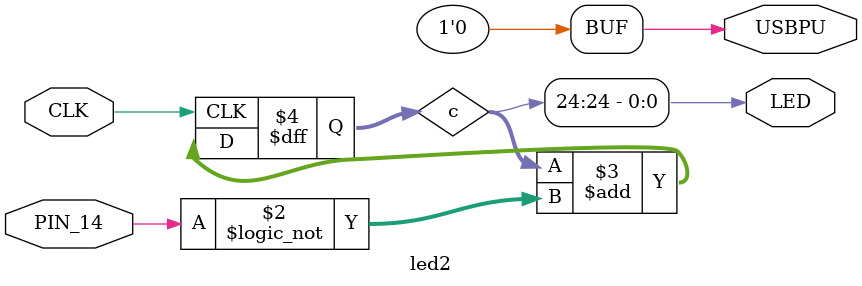
<source format=v>
module led2 (
    input CLK,
    input PIN_14,
    output LED,
    output USBPU
    );

assign USBPU = 0;

reg [24:0] c;

always @(posedge CLK) begin
   c <= c + !PIN_14;
end

assign LED = c[24];

endmodule


</source>
